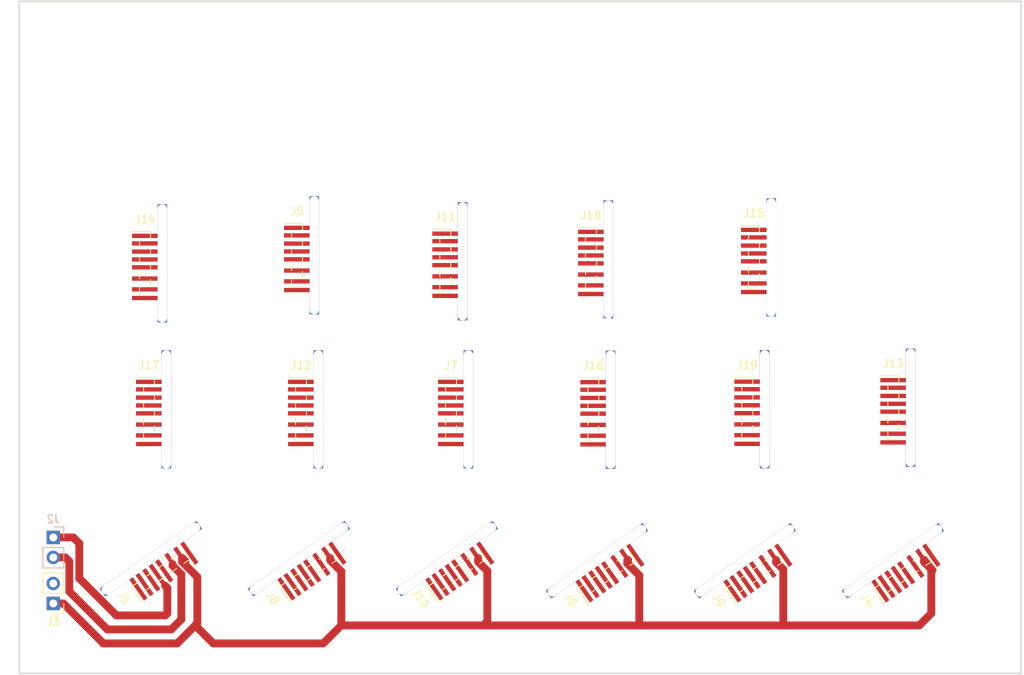
<source format=kicad_pcb>
(kicad_pcb (version 20211014) (generator pcbnew)
  (layers (0 "F.Cu" signal) (31 "B.Cu" signal) (34 "B.Paste" user) (35 "F.Paste" user) (36 "B.SilkS" user "B.Silkscreen") (37 "F.SilkS" user "F.Silkscreen") (38 "B.Mask" user) (39 "F.Mask" user) (44 "Edge.Cuts" user))
  (net 0 "")
  (net 6 "+3V3")
  (net 7 "GND")
  (net 8 "+1V0")
  (footprint "footprints:SDCardMicroAdapter" (layer "F.Cu") (at 49.7505 64.982)
    (fp_text reference "J12" (at 0 -5.06) (layer "F.SilkS"))
    (fp_text value "Conn_01x08_Male")
    (fp_line (start -0.695 4.61) (end 0.695 4.61) (layer "F.SilkS") (width 0.12))
    (fp_line (start -0.695 -3.51) (end -0.695 -3.51) (layer "F.SilkS") (width 0.12))
    (fp_line (start -0.695 -3.51) (end 0.695 -3.51) (layer "F.SilkS") (width 0.12))
    (fp_line (start -0.695 1.61) (end -0.695 2.49) (layer "F.SilkS") (width 0.12))
    (fp_line (start -0.695 -2.39) (end -0.695 -1.51) (layer "F.SilkS") (width 0.12))
    (fp_line (start 0.695 -1.39) (end 0.695 -0.51) (layer "F.SilkS") (width 0.12))
    (fp_line (start 0.695 4.61) (end 0.695 4.61) (layer "F.SilkS") (width 0.12))
    (fp_line (start 0.695 2.61) (end 0.695 3.49) (layer "F.SilkS") (width 0.12))
    (fp_line (start -0.695 3.61) (end -0.695 4.61) (layer "F.SilkS") (width 0.12))
    (fp_line (start 0.695 0.61) (end 0.695 1.49) (layer "F.SilkS") (width 0.12))
    (fp_line (start -0.695 -3.51) (end -1.69 -3.51) (layer "F.SilkS") (width 0.12))
    (fp_line (start 0.695 -3.51) (end 0.695 -2.51) (layer "F.SilkS") (width 0.12))
    (fp_line (start -0.695 -0.39) (end -0.695 0.49) (layer "F.SilkS") (width 0.12))
    (pad "1" smd rect (at 0 -2.95) (size 3.3 0.55) (layers "F.Cu" "F.Paste" "F.Mask"))
    (pad "2" smd rect (at 0 -1.99) (size 3.3 0.55) (layers "F.Cu" "F.Paste" "F.Mask"))
    (pad "3" smd rect (at 0 -0.95) (size 3.3 0.55) (layers "F.Cu" "F.Paste" "F.Mask"))
    (pad "4" smd rect (at 0 0.05) (size 3.3 0.55) (layers "F.Cu" "F.Paste" "F.Mask") (net 6 "+3V3"))
    (pad "5" smd rect (at 0 1.05) (size 3.3 0.55) (layers "F.Cu" "F.Paste" "F.Mask"))
    (pad "6" smd rect (at 0 2.475) (size 3.3 0.55) (layers "F.Cu" "F.Paste" "F.Mask") (net 7 "GND"))
    (pad "7" smd rect (at 0 3.85) (size 3.3 0.55) (layers "F.Cu" "F.Paste" "F.Mask") (net 8 "+1V0"))
    (pad "8" smd rect (at 0 4.95) (size 3.3 0.55) (layers "F.Cu" "F.Paste" "F.Mask"))
    (pad "S1" thru_hole rect (at 2.2 0.55 90) (size 15 1.2) (drill oval 15 1.3) (layers *.Cu))
  )
  (footprint "footprints:SDCardMicroAdapter" (layer "F.Cu") (at 68.8005 64.982)
    (fp_text reference "J7" (at 0 -5.06) (layer "F.SilkS"))
    (fp_text value "Conn_01x08_Male")
    (fp_line (start 0.695 2.61) (end 0.695 3.49) (layer "F.SilkS") (width 0.12))
    (fp_line (start -0.695 -3.51) (end -0.695 -3.51) (layer "F.SilkS") (width 0.12))
    (fp_line (start -0.695 -3.51) (end 0.695 -3.51) (layer "F.SilkS") (width 0.12))
    (fp_line (start -0.695 3.61) (end -0.695 4.61) (layer "F.SilkS") (width 0.12))
    (fp_line (start 0.695 -3.51) (end 0.695 -2.51) (layer "F.SilkS") (width 0.12))
    (fp_line (start -0.695 -2.39) (end -0.695 -1.51) (layer "F.SilkS") (width 0.12))
    (fp_line (start 0.695 4.61) (end 0.695 4.61) (layer "F.SilkS") (width 0.12))
    (fp_line (start -0.695 1.61) (end -0.695 2.49) (layer "F.SilkS") (width 0.12))
    (fp_line (start -0.695 4.61) (end 0.695 4.61) (layer "F.SilkS") (width 0.12))
    (fp_line (start -0.695 -0.39) (end -0.695 0.49) (layer "F.SilkS") (width 0.12))
    (fp_line (start -0.695 -3.51) (end -1.69 -3.51) (layer "F.SilkS") (width 0.12))
    (fp_line (start 0.695 0.61) (end 0.695 1.49) (layer "F.SilkS") (width 0.12))
    (fp_line (start 0.695 -1.39) (end 0.695 -0.51) (layer "F.SilkS") (width 0.12))
    (pad "1" smd rect (at 0 -2.95) (size 3.3 0.55) (layers "F.Cu" "F.Paste" "F.Mask"))
    (pad "2" smd rect (at 0 -1.99) (size 3.3 0.55) (layers "F.Cu" "F.Paste" "F.Mask"))
    (pad "3" smd rect (at 0 -0.95) (size 3.3 0.55) (layers "F.Cu" "F.Paste" "F.Mask"))
    (pad "4" smd rect (at 0 0.05) (size 3.3 0.55) (layers "F.Cu" "F.Paste" "F.Mask") (net 6 "+3V3"))
    (pad "5" smd rect (at 0 1.05) (size 3.3 0.55) (layers "F.Cu" "F.Paste" "F.Mask"))
    (pad "6" smd rect (at 0 2.475) (size 3.3 0.55) (layers "F.Cu" "F.Paste" "F.Mask") (net 7 "GND"))
    (pad "7" smd rect (at 0 3.85) (size 3.3 0.55) (layers "F.Cu" "F.Paste" "F.Mask") (net 8 "+1V0"))
    (pad "8" smd rect (at 0 4.95) (size 3.3 0.55) (layers "F.Cu" "F.Paste" "F.Mask"))
    (pad "S1" thru_hole rect (at 2.2 0.55 90) (size 15 1.2) (drill oval 15 1.3) (layers *.Cu))
  )
  (footprint "footprints:SDCardMicroAdapter" (layer "F.Cu") (at 88.138 86.868 125)
    (fp_text reference "J6" (at 0 -5.06 125) (layer "F.SilkS"))
    (fp_text value "Conn_01x08_Male")
    (fp_line (start -0.695 -0.39) (end -0.695 0.49) (layer "F.SilkS") (width 0.12))
    (fp_line (start -0.695 -3.51) (end -1.69 -3.51) (layer "F.SilkS") (width 0.12))
    (fp_line (start -0.695 -3.51) (end -0.695 -3.51) (layer "F.SilkS") (width 0.12))
    (fp_line (start 0.695 -1.39) (end 0.695 -0.51) (layer "F.SilkS") (width 0.12))
    (fp_line (start 0.695 2.61) (end 0.695 3.49) (layer "F.SilkS") (width 0.12))
    (fp_line (start 0.695 -3.51) (end 0.695 -2.51) (layer "F.SilkS") (width 0.12))
    (fp_line (start -0.695 1.61) (end -0.695 2.49) (layer "F.SilkS") (width 0.12))
    (fp_line (start 0.695 4.61) (end 0.695 4.61) (layer "F.SilkS") (width 0.12))
    (fp_line (start -0.695 -3.51) (end 0.695 -3.51) (layer "F.SilkS") (width 0.12))
    (fp_line (start -0.695 -2.39) (end -0.695 -1.51) (layer "F.SilkS") (width 0.12))
    (fp_line (start -0.695 3.61) (end -0.695 4.61) (layer "F.SilkS") (width 0.12))
    (fp_line (start -0.695 4.61) (end 0.695 4.61) (layer "F.SilkS") (width 0.12))
    (fp_line (start 0.695 0.61) (end 0.695 1.49) (layer "F.SilkS") (width 0.12))
    (pad "1" smd rect (at 0 -2.95 125) (size 3.3 0.55) (layers "F.Cu" "F.Paste" "F.Mask"))
    (pad "2" smd rect (at 0 -1.99 125) (size 3.3 0.55) (layers "F.Cu" "F.Paste" "F.Mask"))
    (pad "3" smd rect (at 0 -0.95 125) (size 3.3 0.55) (layers "F.Cu" "F.Paste" "F.Mask"))
    (pad "4" smd rect (at 0 0.05 125) (size 3.3 0.55) (layers "F.Cu" "F.Paste" "F.Mask") (net 6 "+3V3"))
    (pad "5" smd rect (at 0 1.05 125) (size 3.3 0.55) (layers "F.Cu" "F.Paste" "F.Mask"))
    (pad "6" smd rect (at 0 2.475 125) (size 3.3 0.55) (layers "F.Cu" "F.Paste" "F.Mask") (net 7 "GND"))
    (pad "7" smd rect (at 0 3.85 125) (size 3.3 0.55) (layers "F.Cu" "F.Paste" "F.Mask") (net 8 "+1V0"))
    (pad "8" smd rect (at 0 4.95 125) (size 3.3 0.55) (layers "F.Cu" "F.Paste" "F.Mask"))
    (pad "S1" thru_hole rect (at 2.2 0.55 215) (size 15 1.2) (drill oval 15 1.3) (layers *.Cu))
  )
  (footprint "Connector_PinHeader_2.54mm:PinHeader_1x02_P2.54mm_Vertical" (layer "F.Cu") (at 18.288 90.175 180)
    (fp_text reference "J3" (at 0 -2.33 180) (layer "F.SilkS"))
    (fp_text value "Conn_01x02_Male")
    (fp_line (start -1.33 1.27) (end -1.33 3.87) (layer "F.SilkS") (width 0.12))
    (fp_line (start -1.33 3.87) (end 1.33 3.87) (layer "F.SilkS") (width 0.12))
    (fp_line (start -1.33 -1.33) (end 0 -1.33) (layer "F.SilkS") (width 0.12))
    (fp_line (start -1.33 1.27) (end 1.33 1.27) (layer "F.SilkS") (width 0.12))
    (fp_line (start 1.33 1.27) (end 1.33 3.87) (layer "F.SilkS") (width 0.12))
    (fp_line (start -1.33 0) (end -1.33 -1.33) (layer "F.SilkS") (width 0.12))
    (pad "1" thru_hole rect (at 0 0 180) (size 1.7 1.7) (drill 1) (layers *.Cu *.Mask) (net 8 "+1V0"))
    (pad "2" thru_hole oval (at 0 2.54 180) (size 1.7 1.7) (drill 1) (layers *.Cu *.Mask))
  )
  (footprint "footprints:SDCardMicroAdapter" (layer "F.Cu") (at 31.496 86.614 125)
    (fp_text reference "J1" (at 0 -5.06 125) (layer "F.SilkS"))
    (fp_text value "Conn_01x08_Male")
    (fp_line (start -0.695 1.61) (end -0.695 2.49) (layer "F.SilkS") (width 0.12))
    (fp_line (start -0.695 -2.39) (end -0.695 -1.51) (layer "F.SilkS") (width 0.12))
    (fp_line (start -0.695 -0.39) (end -0.695 0.49) (layer "F.SilkS") (width 0.12))
    (fp_line (start 0.695 4.61) (end 0.695 4.61) (layer "F.SilkS") (width 0.12))
    (fp_line (start 0.695 2.61) (end 0.695 3.49) (layer "F.SilkS") (width 0.12))
    (fp_line (start -0.695 4.61) (end 0.695 4.61) (layer "F.SilkS") (width 0.12))
    (fp_line (start 0.695 -3.51) (end 0.695 -2.51) (layer "F.SilkS") (width 0.12))
    (fp_line (start -0.695 3.61) (end -0.695 4.61) (layer "F.SilkS") (width 0.12))
    (fp_line (start -0.695 -3.51) (end -0.695 -3.51) (layer "F.SilkS") (width 0.12))
    (fp_line (start -0.695 -3.51) (end 0.695 -3.51) (layer "F.SilkS") (width 0.12))
    (fp_line (start 0.695 0.61) (end 0.695 1.49) (layer "F.SilkS") (width 0.12))
    (fp_line (start 0.695 -1.39) (end 0.695 -0.51) (layer "F.SilkS") (width 0.12))
    (fp_line (start -0.695 -3.51) (end -1.69 -3.51) (layer "F.SilkS") (width 0.12))
    (pad "1" smd rect (at 0 -2.95 125) (size 3.3 0.55) (layers "F.Cu" "F.Paste" "F.Mask"))
    (pad "2" smd rect (at 0 -1.99 125) (size 3.3 0.55) (layers "F.Cu" "F.Paste" "F.Mask"))
    (pad "3" smd rect (at 0 -0.95 125) (size 3.3 0.55) (layers "F.Cu" "F.Paste" "F.Mask"))
    (pad "4" smd rect (at 0 0.05 125) (size 3.3 0.55) (layers "F.Cu" "F.Paste" "F.Mask") (net 6 "+3V3"))
    (pad "5" smd rect (at 0 1.05 125) (size 3.3 0.55) (layers "F.Cu" "F.Paste" "F.Mask"))
    (pad "6" smd rect (at 0 2.475 125) (size 3.3 0.55) (layers "F.Cu" "F.Paste" "F.Mask") (net 7 "GND"))
    (pad "7" smd rect (at 0 3.85 125) (size 3.3 0.55) (layers "F.Cu" "F.Paste" "F.Mask") (net 8 "+1V0"))
    (pad "8" smd rect (at 0 4.95 125) (size 3.3 0.55) (layers "F.Cu" "F.Paste" "F.Mask"))
    (pad "S1" thru_hole rect (at 2.2 0.55 215) (size 15 1.2) (drill oval 15 1.3) (layers *.Cu))
  )
  (footprint "footprints:SDCardMicroAdapter" (layer "F.Cu") (at 68.072 46.162)
    (fp_text reference "J11" (at 0 -5.06) (layer "F.SilkS"))
    (fp_text value "Conn_01x08_Male")
    (fp_line (start 0.695 4.61) (end 0.695 4.61) (layer "F.SilkS") (width 0.12))
    (fp_line (start 0.695 0.61) (end 0.695 1.49) (layer "F.SilkS") (width 0.12))
    (fp_line (start -0.695 1.61) (end -0.695 2.49) (layer "F.SilkS") (width 0.12))
    (fp_line (start -0.695 -3.51) (end -1.69 -3.51) (layer "F.SilkS") (width 0.12))
    (fp_line (start -0.695 3.61) (end -0.695 4.61) (layer "F.SilkS") (width 0.12))
    (fp_line (start 0.695 -3.51) (end 0.695 -2.51) (layer "F.SilkS") (width 0.12))
    (fp_line (start -0.695 -2.39) (end -0.695 -1.51) (layer "F.SilkS") (width 0.12))
    (fp_line (start 0.695 -1.39) (end 0.695 -0.51) (layer "F.SilkS") (width 0.12))
    (fp_line (start -0.695 -3.51) (end -0.695 -3.51) (layer "F.SilkS") (width 0.12))
    (fp_line (start 0.695 2.61) (end 0.695 3.49) (layer "F.SilkS") (width 0.12))
    (fp_line (start -0.695 -3.51) (end 0.695 -3.51) (layer "F.SilkS") (width 0.12))
    (fp_line (start -0.695 -0.39) (end -0.695 0.49) (layer "F.SilkS") (width 0.12))
    (fp_line (start -0.695 4.61) (end 0.695 4.61) (layer "F.SilkS") (width 0.12))
    (pad "1" smd rect (at 0 -2.95) (size 3.3 0.55) (layers "F.Cu" "F.Paste" "F.Mask"))
    (pad "2" smd rect (at 0 -1.99) (size 3.3 0.55) (layers "F.Cu" "F.Paste" "F.Mask"))
    (pad "3" smd rect (at 0 -0.95) (size 3.3 0.55) (layers "F.Cu" "F.Paste" "F.Mask"))
    (pad "4" smd rect (at 0 0.05) (size 3.3 0.55) (layers "F.Cu" "F.Paste" "F.Mask") (net 6 "+3V3"))
    (pad "5" smd rect (at 0 1.05) (size 3.3 0.55) (layers "F.Cu" "F.Paste" "F.Mask"))
    (pad "6" smd rect (at 0 2.475) (size 3.3 0.55) (layers "F.Cu" "F.Paste" "F.Mask") (net 7 "GND"))
    (pad "7" smd rect (at 0 3.85) (size 3.3 0.55) (layers "F.Cu" "F.Paste" "F.Mask") (net 8 "+1V0"))
    (pad "8" smd rect (at 0 4.95) (size 3.3 0.55) (layers "F.Cu" "F.Paste" "F.Mask"))
    (pad "S1" thru_hole rect (at 2.2 0.55 90) (size 15 1.2) (drill oval 15 1.3) (layers *.Cu))
  )
  (footprint "footprints:SDCardMicroAdapter" (layer "F.Cu") (at 69.088 86.614 125)
    (fp_text reference "J10" (at 0 -5.06 125) (layer "F.SilkS"))
    (fp_text value "Conn_01x08_Male")
    (fp_line (start 0.695 4.61) (end 0.695 4.61) (layer "F.SilkS") (width 0.12))
    (fp_line (start -0.695 3.61) (end -0.695 4.61) (layer "F.SilkS") (width 0.12))
    (fp_line (start 0.695 2.61) (end 0.695 3.49) (layer "F.SilkS") (width 0.12))
    (fp_line (start 0.695 -3.51) (end 0.695 -2.51) (layer "F.SilkS") (width 0.12))
    (fp_line (start -0.695 -3.51) (end 0.695 -3.51) (layer "F.SilkS") (width 0.12))
    (fp_line (start -0.695 1.61) (end -0.695 2.49) (layer "F.SilkS") (width 0.12))
    (fp_line (start 0.695 0.61) (end 0.695 1.49) (layer "F.SilkS") (width 0.12))
    (fp_line (start -0.695 4.61) (end 0.695 4.61) (layer "F.SilkS") (width 0.12))
    (fp_line (start -0.695 -0.39) (end -0.695 0.49) (layer "F.SilkS") (width 0.12))
    (fp_line (start -0.695 -3.51) (end -1.69 -3.51) (layer "F.SilkS") (width 0.12))
    (fp_line (start 0.695 -1.39) (end 0.695 -0.51) (layer "F.SilkS") (width 0.12))
    (fp_line (start -0.695 -3.51) (end -0.695 -3.51) (layer "F.SilkS") (width 0.12))
    (fp_line (start -0.695 -2.39) (end -0.695 -1.51) (layer "F.SilkS") (width 0.12))
    (pad "1" smd rect (at 0 -2.95 125) (size 3.3 0.55) (layers "F.Cu" "F.Paste" "F.Mask"))
    (pad "2" smd rect (at 0 -1.99 125) (size 3.3 0.55) (layers "F.Cu" "F.Paste" "F.Mask"))
    (pad "3" smd rect (at 0 -0.95 125) (size 3.3 0.55) (layers "F.Cu" "F.Paste" "F.Mask"))
    (pad "4" smd rect (at 0 0.05 125) (size 3.3 0.55) (layers "F.Cu" "F.Paste" "F.Mask") (net 6 "+3V3"))
    (pad "5" smd rect (at 0 1.05 125) (size 3.3 0.55) (layers "F.Cu" "F.Paste" "F.Mask"))
    (pad "6" smd rect (at 0 2.475 125) (size 3.3 0.55) (layers "F.Cu" "F.Paste" "F.Mask") (net 7 "GND"))
    (pad "7" smd rect (at 0 3.85 125) (size 3.3 0.55) (layers "F.Cu" "F.Paste" "F.Mask") (net 8 "+1V0"))
    (pad "8" smd rect (at 0 4.95 125) (size 3.3 0.55) (layers "F.Cu" "F.Paste" "F.Mask"))
    (pad "S1" thru_hole rect (at 2.2 0.55 215) (size 15 1.2) (drill oval 15 1.3) (layers *.Cu))
  )
  (footprint "footprints:SDCardMicroAdapter" (layer "F.Cu") (at 49.2425 45.424)
    (fp_text reference "J5" (at 0 -5.06) (layer "F.SilkS"))
    (fp_text value "Conn_01x08_Male")
    (fp_line (start -0.695 -2.39) (end -0.695 -1.51) (layer "F.SilkS") (width 0.12))
    (fp_line (start -0.695 -3.51) (end -0.695 -3.51) (layer "F.SilkS") (width 0.12))
    (fp_line (start -0.695 -3.51) (end 0.695 -3.51) (layer "F.SilkS") (width 0.12))
    (fp_line (start 0.695 -1.39) (end 0.695 -0.51) (layer "F.SilkS") (width 0.12))
    (fp_line (start 0.695 0.61) (end 0.695 1.49) (layer "F.SilkS") (width 0.12))
    (fp_line (start 0.695 -3.51) (end 0.695 -2.51) (layer "F.SilkS") (width 0.12))
    (fp_line (start -0.695 -0.39) (end -0.695 0.49) (layer "F.SilkS") (width 0.12))
    (fp_line (start -0.695 1.61) (end -0.695 2.49) (layer "F.SilkS") (width 0.12))
    (fp_line (start -0.695 4.61) (end 0.695 4.61) (layer "F.SilkS") (width 0.12))
    (fp_line (start 0.695 2.61) (end 0.695 3.49) (layer "F.SilkS") (width 0.12))
    (fp_line (start 0.695 4.61) (end 0.695 4.61) (layer "F.SilkS") (width 0.12))
    (fp_line (start -0.695 -3.51) (end -1.69 -3.51) (layer "F.SilkS") (width 0.12))
    (fp_line (start -0.695 3.61) (end -0.695 4.61) (layer "F.SilkS") (width 0.12))
    (pad "1" smd rect (at 0 -2.95) (size 3.3 0.55) (layers "F.Cu" "F.Paste" "F.Mask"))
    (pad "2" smd rect (at 0 -1.99) (size 3.3 0.55) (layers "F.Cu" "F.Paste" "F.Mask"))
    (pad "3" smd rect (at 0 -0.95) (size 3.3 0.55) (layers "F.Cu" "F.Paste" "F.Mask"))
    (pad "4" smd rect (at 0 0.05) (size 3.3 0.55) (layers "F.Cu" "F.Paste" "F.Mask") (net 6 "+3V3"))
    (pad "5" smd rect (at 0 1.05) (size 3.3 0.55) (layers "F.Cu" "F.Paste" "F.Mask"))
    (pad "6" smd rect (at 0 2.475) (size 3.3 0.55) (layers "F.Cu" "F.Paste" "F.Mask") (net 7 "GND"))
    (pad "7" smd rect (at 0 3.85) (size 3.3 0.55) (layers "F.Cu" "F.Paste" "F.Mask") (net 8 "+1V0"))
    (pad "8" smd rect (at 0 4.95) (size 3.3 0.55) (layers "F.Cu" "F.Paste" "F.Mask"))
    (pad "S1" thru_hole rect (at 2.2 0.55 90) (size 15 1.2) (drill oval 15 1.3) (layers *.Cu))
  )
  (footprint "footprints:SDCardMicroAdapter" (layer "F.Cu") (at 107.274 45.678)
    (fp_text reference "J15" (at 0 -5.06) (layer "F.SilkS"))
    (fp_text value "Conn_01x08_Male")
    (fp_line (start -0.695 4.61) (end 0.695 4.61) (layer "F.SilkS") (width 0.12))
    (fp_line (start -0.695 -0.39) (end -0.695 0.49) (layer "F.SilkS") (width 0.12))
    (fp_line (start 0.695 4.61) (end 0.695 4.61) (layer "F.SilkS") (width 0.12))
    (fp_line (start -0.695 -2.39) (end -0.695 -1.51) (layer "F.SilkS") (width 0.12))
    (fp_line (start -0.695 -3.51) (end -0.695 -3.51) (layer "F.SilkS") (width 0.12))
    (fp_line (start -0.695 3.61) (end -0.695 4.61) (layer "F.SilkS") (width 0.12))
    (fp_line (start -0.695 -3.51) (end 0.695 -3.51) (layer "F.SilkS") (width 0.12))
    (fp_line (start -0.695 -3.51) (end -1.69 -3.51) (layer "F.SilkS") (width 0.12))
    (fp_line (start 0.695 -3.51) (end 0.695 -2.51) (layer "F.SilkS") (width 0.12))
    (fp_line (start -0.695 1.61) (end -0.695 2.49) (layer "F.SilkS") (width 0.12))
    (fp_line (start 0.695 -1.39) (end 0.695 -0.51) (layer "F.SilkS") (width 0.12))
    (fp_line (start 0.695 0.61) (end 0.695 1.49) (layer "F.SilkS") (width 0.12))
    (fp_line (start 0.695 2.61) (end 0.695 3.49) (layer "F.SilkS") (width 0.12))
    (pad "1" smd rect (at 0 -2.95) (size 3.3 0.55) (layers "F.Cu" "F.Paste" "F.Mask"))
    (pad "2" smd rect (at 0 -1.99) (size 3.3 0.55) (layers "F.Cu" "F.Paste" "F.Mask"))
    (pad "3" smd rect (at 0 -0.95) (size 3.3 0.55) (layers "F.Cu" "F.Paste" "F.Mask"))
    (pad "4" smd rect (at 0 0.05) (size 3.3 0.55) (layers "F.Cu" "F.Paste" "F.Mask") (net 6 "+3V3"))
    (pad "5" smd rect (at 0 1.05) (size 3.3 0.55) (layers "F.Cu" "F.Paste" "F.Mask"))
    (pad "6" smd rect (at 0 2.475) (size 3.3 0.55) (layers "F.Cu" "F.Paste" "F.Mask") (net 7 "GND"))
    (pad "7" smd rect (at 0 3.85) (size 3.3 0.55) (layers "F.Cu" "F.Paste" "F.Mask") (net 8 "+1V0"))
    (pad "8" smd rect (at 0 4.95) (size 3.3 0.55) (layers "F.Cu" "F.Paste" "F.Mask"))
    (pad "S1" thru_hole rect (at 2.2 0.55 90) (size 15 1.2) (drill oval 15 1.3) (layers *.Cu))
  )
  (footprint "footprints:SDCardMicroAdapter" (layer "F.Cu") (at 30.4465 64.982)
    (fp_text reference "J17" (at 0 -5.06) (layer "F.SilkS"))
    (fp_text value "Conn_01x08_Male")
    (fp_line (start 0.695 2.61) (end 0.695 3.49) (layer "F.SilkS") (width 0.12))
    (fp_line (start 0.695 4.61) (end 0.695 4.61) (layer "F.SilkS") (width 0.12))
    (fp_line (start -0.695 -3.51) (end -0.695 -3.51) (layer "F.SilkS") (width 0.12))
    (fp_line (start -0.695 3.61) (end -0.695 4.61) (layer "F.SilkS") (width 0.12))
    (fp_line (start -0.695 -0.39) (end -0.695 0.49) (layer "F.SilkS") (width 0.12))
    (fp_line (start -0.695 -3.51) (end -1.69 -3.51) (layer "F.SilkS") (width 0.12))
    (fp_line (start 0.695 -1.39) (end 0.695 -0.51) (layer "F.SilkS") (width 0.12))
    (fp_line (start 0.695 -3.51) (end 0.695 -2.51) (layer "F.SilkS") (width 0.12))
    (fp_line (start -0.695 -3.51) (end 0.695 -3.51) (layer "F.SilkS") (width 0.12))
    (fp_line (start -0.695 1.61) (end -0.695 2.49) (layer "F.SilkS") (width 0.12))
    (fp_line (start -0.695 -2.39) (end -0.695 -1.51) (layer "F.SilkS") (width 0.12))
    (fp_line (start -0.695 4.61) (end 0.695 4.61) (layer "F.SilkS") (width 0.12))
    (fp_line (start 0.695 0.61) (end 0.695 1.49) (layer "F.SilkS") (width 0.12))
    (pad "1" smd rect (at 0 -2.95) (size 3.3 0.55) (layers "F.Cu" "F.Paste" "F.Mask"))
    (pad "2" smd rect (at 0 -1.99) (size 3.3 0.55) (layers "F.Cu" "F.Paste" "F.Mask"))
    (pad "3" smd rect (at 0 -0.95) (size 3.3 0.55) (layers "F.Cu" "F.Paste" "F.Mask"))
    (pad "4" smd rect (at 0 0.05) (size 3.3 0.55) (layers "F.Cu" "F.Paste" "F.Mask") (net 6 "+3V3"))
    (pad "5" smd rect (at 0 1.05) (size 3.3 0.55) (layers "F.Cu" "F.Paste" "F.Mask"))
    (pad "6" smd rect (at 0 2.475) (size 3.3 0.55) (layers "F.Cu" "F.Paste" "F.Mask") (net 7 "GND"))
    (pad "7" smd rect (at 0 3.85) (size 3.3 0.55) (layers "F.Cu" "F.Paste" "F.Mask") (net 8 "+1V0"))
    (pad "8" smd rect (at 0 4.95) (size 3.3 0.55) (layers "F.Cu" "F.Paste" "F.Mask"))
    (pad "S1" thru_hole rect (at 2.2 0.55 90) (size 15 1.2) (drill oval 15 1.3) (layers *.Cu))
  )
  (footprint "footprints:SDCardMicroAdapter" (layer "F.Cu") (at 29.9385 46.44)
    (fp_text reference "J14" (at 0 -5.06) (layer "F.SilkS"))
    (fp_text value "Conn_01x08_Male")
    (fp_line (start -0.695 -0.39) (end -0.695 0.49) (layer "F.SilkS") (width 0.12))
    (fp_line (start -0.695 3.61) (end -0.695 4.61) (layer "F.SilkS") (width 0.12))
    (fp_line (start -0.695 -3.51) (end -1.69 -3.51) (layer "F.SilkS") (width 0.12))
    (fp_line (start 0.695 4.61) (end 0.695 4.61) (layer "F.SilkS") (width 0.12))
    (fp_line (start 0.695 0.61) (end 0.695 1.49) (layer "F.SilkS") (width 0.12))
    (fp_line (start -0.695 -3.51) (end -0.695 -3.51) (layer "F.SilkS") (width 0.12))
    (fp_line (start -0.695 4.61) (end 0.695 4.61) (layer "F.SilkS") (width 0.12))
    (fp_line (start -0.695 1.61) (end -0.695 2.49) (layer "F.SilkS") (width 0.12))
    (fp_line (start 0.695 -3.51) (end 0.695 -2.51) (layer "F.SilkS") (width 0.12))
    (fp_line (start 0.695 -1.39) (end 0.695 -0.51) (layer "F.SilkS") (width 0.12))
    (fp_line (start -0.695 -3.51) (end 0.695 -3.51) (layer "F.SilkS") (width 0.12))
    (fp_line (start 0.695 2.61) (end 0.695 3.49) (layer "F.SilkS") (width 0.12))
    (fp_line (start -0.695 -2.39) (end -0.695 -1.51) (layer "F.SilkS") (width 0.12))
    (pad "1" smd rect (at 0 -2.95) (size 3.3 0.55) (layers "F.Cu" "F.Paste" "F.Mask"))
    (pad "2" smd rect (at 0 -1.99) (size 3.3 0.55) (layers "F.Cu" "F.Paste" "F.Mask"))
    (pad "3" smd rect (at 0 -0.95) (size 3.3 0.55) (layers "F.Cu" "F.Paste" "F.Mask"))
    (pad "4" smd rect (at 0 0.05) (size 3.3 0.55) (layers "F.Cu" "F.Paste" "F.Mask") (net 6 "+3V3"))
    (pad "5" smd rect (at 0 1.05) (size 3.3 0.55) (layers "F.Cu" "F.Paste" "F.Mask"))
    (pad "6" smd rect (at 0 2.475) (size 3.3 0.55) (layers "F.Cu" "F.Paste" "F.Mask") (net 7 "GND"))
    (pad "7" smd rect (at 0 3.85) (size 3.3 0.55) (layers "F.Cu" "F.Paste" "F.Mask") (net 8 "+1V0"))
    (pad "8" smd rect (at 0 4.95) (size 3.3 0.55) (layers "F.Cu" "F.Paste" "F.Mask"))
    (pad "S1" thru_hole rect (at 2.2 0.55 90) (size 15 1.2) (drill oval 15 1.3) (layers *.Cu))
  )
  (footprint "footprints:SDCardMicroAdapter" (layer "F.Cu") (at 106.934 86.868 125)
    (fp_text reference "J9" (at 0 -5.06 125) (layer "F.SilkS"))
    (fp_text value "Conn_01x08_Male")
    (fp_line (start 0.695 0.61) (end 0.695 1.49) (layer "F.SilkS") (width 0.12))
    (fp_line (start 0.695 2.61) (end 0.695 3.49) (layer "F.SilkS") (width 0.12))
    (fp_line (start 0.695 4.61) (end 0.695 4.61) (layer "F.SilkS") (width 0.12))
    (fp_line (start -0.695 1.61) (end -0.695 2.49) (layer "F.SilkS") (width 0.12))
    (fp_line (start -0.695 -3.51) (end -1.69 -3.51) (layer "F.SilkS") (width 0.12))
    (fp_line (start -0.695 -0.39) (end -0.695 0.49) (layer "F.SilkS") (width 0.12))
    (fp_line (start 0.695 -3.51) (end 0.695 -2.51) (layer "F.SilkS") (width 0.12))
    (fp_line (start -0.695 -2.39) (end -0.695 -1.51) (layer "F.SilkS") (width 0.12))
    (fp_line (start -0.695 -3.51) (end -0.695 -3.51) (layer "F.SilkS") (width 0.12))
    (fp_line (start 0.695 -1.39) (end 0.695 -0.51) (layer "F.SilkS") (width 0.12))
    (fp_line (start -0.695 4.61) (end 0.695 4.61) (layer "F.SilkS") (width 0.12))
    (fp_line (start -0.695 -3.51) (end 0.695 -3.51) (layer "F.SilkS") (width 0.12))
    (fp_line (start -0.695 3.61) (end -0.695 4.61) (layer "F.SilkS") (width 0.12))
    (pad "1" smd rect (at 0 -2.95 125) (size 3.3 0.55) (layers "F.Cu" "F.Paste" "F.Mask"))
    (pad "2" smd rect (at 0 -1.99 125) (size 3.3 0.55) (layers "F.Cu" "F.Paste" "F.Mask"))
    (pad "3" smd rect (at 0 -0.95 125) (size 3.3 0.55) (layers "F.Cu" "F.Paste" "F.Mask"))
    (pad "4" smd rect (at 0 0.05 125) (size 3.3 0.55) (layers "F.Cu" "F.Paste" "F.Mask") (net 6 "+3V3"))
    (pad "5" smd rect (at 0 1.05 125) (size 3.3 0.55) (layers "F.Cu" "F.Paste" "F.Mask"))
    (pad "6" smd rect (at 0 2.475 125) (size 3.3 0.55) (layers "F.Cu" "F.Paste" "F.Mask") (net 7 "GND"))
    (pad "7" smd rect (at 0 3.85 125) (size 3.3 0.55) (layers "F.Cu" "F.Paste" "F.Mask") (net 8 "+1V0"))
    (pad "8" smd rect (at 0 4.95 125) (size 3.3 0.55) (layers "F.Cu" "F.Paste" "F.Mask"))
    (pad "S1" thru_hole rect (at 2.2 0.55 215) (size 15 1.2) (drill oval 15 1.3) (layers *.Cu))
  )
  (footprint "footprints:SDCardMicroAdapter" (layer "F.Cu") (at 124.968 64.77)
    (fp_text reference "J13" (at 0 -5.06) (layer "F.SilkS"))
    (fp_text value "Conn_01x08_Male")
    (fp_line (start 0.695 -1.39) (end 0.695 -0.51) (layer "F.SilkS") (width 0.12))
    (fp_line (start -0.695 -2.39) (end -0.695 -1.51) (layer "F.SilkS") (width 0.12))
    (fp_line (start -0.695 4.61) (end 0.695 4.61) (layer "F.SilkS") (width 0.12))
    (fp_line (start -0.695 -3.51) (end -0.695 -3.51) (layer "F.SilkS") (width 0.12))
    (fp_line (start 0.695 -3.51) (end 0.695 -2.51) (layer "F.SilkS") (width 0.12))
    (fp_line (start -0.695 -3.51) (end -1.69 -3.51) (layer "F.SilkS") (width 0.12))
    (fp_line (start 0.695 4.61) (end 0.695 4.61) (layer "F.SilkS") (width 0.12))
    (fp_line (start -0.695 3.61) (end -0.695 4.61) (layer "F.SilkS") (width 0.12))
    (fp_line (start -0.695 -3.51) (end 0.695 -3.51) (layer "F.SilkS") (width 0.12))
    (fp_line (start 0.695 0.61) (end 0.695 1.49) (layer "F.SilkS") (width 0.12))
    (fp_line (start -0.695 1.61) (end -0.695 2.49) (layer "F.SilkS") (width 0.12))
    (fp_line (start 0.695 2.61) (end 0.695 3.49) (layer "F.SilkS") (width 0.12))
    (fp_line (start -0.695 -0.39) (end -0.695 0.49) (layer "F.SilkS") (width 0.12))
    (pad "1" smd rect (at 0 -2.95) (size 3.3 0.55) (layers "F.Cu" "F.Paste" "F.Mask"))
    (pad "2" smd rect (at 0 -1.99) (size 3.3 0.55) (layers "F.Cu" "F.Paste" "F.Mask"))
    (pad "3" smd rect (at 0 -0.95) (size 3.3 0.55) (layers "F.Cu" "F.Paste" "F.Mask"))
    (pad "4" smd rect (at 0 0.05) (size 3.3 0.55) (layers "F.Cu" "F.Paste" "F.Mask") (net 6 "+3V3"))
    (pad "5" smd rect (at 0 1.05) (size 3.3 0.55) (layers "F.Cu" "F.Paste" "F.Mask"))
    (pad "6" smd rect (at 0 2.475) (size 3.3 0.55) (layers "F.Cu" "F.Paste" "F.Mask") (net 7 "GND"))
    (pad "7" smd rect (at 0 3.85) (size 3.3 0.55) (layers "F.Cu" "F.Paste" "F.Mask") (net 8 "+1V0"))
    (pad "8" smd rect (at 0 4.95) (size 3.3 0.55) (layers "F.Cu" "F.Paste" "F.Mask"))
    (pad "S1" thru_hole rect (at 2.2 0.55 90) (size 15 1.2) (drill oval 15 1.3) (layers *.Cu))
  )
  (footprint "footprints:SDCardMicroAdapter" (layer "F.Cu") (at 50.292 86.614 125)
    (fp_text reference "J8" (at 0 -5.06 125) (layer "F.SilkS"))
    (fp_text value "Conn_01x08_Male")
    (fp_line (start -0.695 -3.51) (end -1.69 -3.51) (layer "F.SilkS") (width 0.12))
    (fp_line (start 0.695 2.61) (end 0.695 3.49) (layer "F.SilkS") (width 0.12))
    (fp_line (start -0.695 1.61) (end -0.695 2.49) (layer "F.SilkS") (width 0.12))
    (fp_line (start -0.695 3.61) (end -0.695 4.61) (layer "F.SilkS") (width 0.12))
    (fp_line (start 0.695 4.61) (end 0.695 4.61) (layer "F.SilkS") (width 0.12))
    (fp_line (start -0.695 4.61) (end 0.695 4.61) (layer "F.SilkS") (width 0.12))
    (fp_line (start -0.695 -2.39) (end -0.695 -1.51) (layer "F.SilkS") (width 0.12))
    (fp_line (start 0.695 -1.39) (end 0.695 -0.51) (layer "F.SilkS") (width 0.12))
    (fp_line (start -0.695 -0.39) (end -0.695 0.49) (layer "F.SilkS") (width 0.12))
    (fp_line (start -0.695 -3.51) (end 0.695 -3.51) (layer "F.SilkS") (width 0.12))
    (fp_line (start -0.695 -3.51) (end -0.695 -3.51) (layer "F.SilkS") (width 0.12))
    (fp_line (start 0.695 0.61) (end 0.695 1.49) (layer "F.SilkS") (width 0.12))
    (fp_line (start 0.695 -3.51) (end 0.695 -2.51) (layer "F.SilkS") (width 0.12))
    (pad "1" smd rect (at 0 -2.95 125) (size 3.3 0.55) (layers "F.Cu" "F.Paste" "F.Mask"))
    (pad "2" smd rect (at 0 -1.99 125) (size 3.3 0.55) (layers "F.Cu" "F.Paste" "F.Mask"))
    (pad "3" smd rect (at 0 -0.95 125) (size 3.3 0.55) (layers "F.Cu" "F.Paste" "F.Mask"))
    (pad "4" smd rect (at 0 0.05 125) (size 3.3 0.55) (layers "F.Cu" "F.Paste" "F.Mask") (net 6 "+3V3"))
    (pad "5" smd rect (at 0 1.05 125) (size 3.3 0.55) (layers "F.Cu" "F.Paste" "F.Mask"))
    (pad "6" smd rect (at 0 2.475 125) (size 3.3 0.55) (layers "F.Cu" "F.Paste" "F.Mask") (net 7 "GND"))
    (pad "7" smd rect (at 0 3.85 125) (size 3.3 0.55) (layers "F.Cu" "F.Paste" "F.Mask") (net 8 "+1V0"))
    (pad "8" smd rect (at 0 4.95 125) (size 3.3 0.55) (layers "F.Cu" "F.Paste" "F.Mask"))
    (pad "S1" thru_hole rect (at 2.2 0.55 215) (size 15 1.2) (drill oval 15 1.3) (layers *.Cu))
  )
  (footprint "footprints:SDCardMicroAdapter" (layer "F.Cu") (at 106.426 64.958)
    (fp_text reference "J19" (at 0 -5.06) (layer "F.SilkS"))
    (fp_text value "Conn_01x08_Male")
    (fp_line (start 0.695 2.61) (end 0.695 3.49) (layer "F.SilkS") (width 0.12))
    (fp_line (start -0.695 -3.51) (end -1.69 -3.51) (layer "F.SilkS") (width 0.12))
    (fp_line (start -0.695 -2.39) (end -0.695 -1.51) (layer "F.SilkS") (width 0.12))
    (fp_line (start 0.695 -3.51) (end 0.695 -2.51) (layer "F.SilkS") (width 0.12))
    (fp_line (start -0.695 4.61) (end 0.695 4.61) (layer "F.SilkS") (width 0.12))
    (fp_line (start -0.695 3.61) (end -0.695 4.61) (layer "F.SilkS") (width 0.12))
    (fp_line (start -0.695 -0.39) (end -0.695 0.49) (layer "F.SilkS") (width 0.12))
    (fp_line (start 0.695 -1.39) (end 0.695 -0.51) (layer "F.SilkS") (width 0.12))
    (fp_line (start 0.695 4.61) (end 0.695 4.61) (layer "F.SilkS") (width 0.12))
    (fp_line (start 0.695 0.61) (end 0.695 1.49) (layer "F.SilkS") (width 0.12))
    (fp_line (start -0.695 -3.51) (end -0.695 -3.51) (layer "F.SilkS") (width 0.12))
    (fp_line (start -0.695 -3.51) (end 0.695 -3.51) (layer "F.SilkS") (width 0.12))
    (fp_line (start -0.695 1.61) (end -0.695 2.49) (layer "F.SilkS") (width 0.12))
    (pad "1" smd rect (at 0 -2.95) (size 3.3 0.55) (layers "F.Cu" "F.Paste" "F.Mask"))
    (pad "2" smd rect (at 0 -1.99) (size 3.3 0.55) (layers "F.Cu" "F.Paste" "F.Mask"))
    (pad "3" smd rect (at 0 -0.95) (size 3.3 0.55) (layers "F.Cu" "F.Paste" "F.Mask"))
    (pad "4" smd rect (at 0 0.05) (size 3.3 0.55) (layers "F.Cu" "F.Paste" "F.Mask") (net 6 "+3V3"))
    (pad "5" smd rect (at 0 1.05) (size 3.3 0.55) (layers "F.Cu" "F.Paste" "F.Mask"))
    (pad "6" smd rect (at 0 2.475) (size 3.3 0.55) (layers "F.Cu" "F.Paste" "F.Mask") (net 7 "GND"))
    (pad "7" smd rect (at 0 3.85) (size 3.3 0.55) (layers "F.Cu" "F.Paste" "F.Mask") (net 8 "+1V0"))
    (pad "8" smd rect (at 0 4.95) (size 3.3 0.55) (layers "F.Cu" "F.Paste" "F.Mask"))
    (pad "S1" thru_hole rect (at 2.2 0.55 90) (size 15 1.2) (drill oval 15 1.3) (layers *.Cu))
  )
  (footprint "footprints:SDCardMicroAdapter" (layer "F.Cu") (at 86.5805 45.932)
    (fp_text reference "J18" (at 0 -5.06) (layer "F.SilkS"))
    (fp_text value "Conn_01x08_Male")
    (fp_line (start -0.695 4.61) (end 0.695 4.61) (layer "F.SilkS") (width 0.12))
    (fp_line (start 0.695 -1.39) (end 0.695 -0.51) (layer "F.SilkS") (width 0.12))
    (fp_line (start -0.695 1.61) (end -0.695 2.49) (layer "F.SilkS") (width 0.12))
    (fp_line (start -0.695 -3.51) (end -0.695 -3.51) (layer "F.SilkS") (width 0.12))
    (fp_line (start 0.695 4.61) (end 0.695 4.61) (layer "F.SilkS") (width 0.12))
    (fp_line (start -0.695 -0.39) (end -0.695 0.49) (layer "F.SilkS") (width 0.12))
    (fp_line (start -0.695 3.61) (end -0.695 4.61) (layer "F.SilkS") (width 0.12))
    (fp_line (start -0.695 -2.39) (end -0.695 -1.51) (layer "F.SilkS") (width 0.12))
    (fp_line (start 0.695 0.61) (end 0.695 1.49) (layer "F.SilkS") (width 0.12))
    (fp_line (start -0.695 -3.51) (end -1.69 -3.51) (layer "F.SilkS") (width 0.12))
    (fp_line (start 0.695 -3.51) (end 0.695 -2.51) (layer "F.SilkS") (width 0.12))
    (fp_line (start 0.695 2.61) (end 0.695 3.49) (layer "F.SilkS") (width 0.12))
    (fp_line (start -0.695 -3.51) (end 0.695 -3.51) (layer "F.SilkS") (width 0.12))
    (pad "1" smd rect (at 0 -2.95) (size 3.3 0.55) (layers "F.Cu" "F.Paste" "F.Mask"))
    (pad "2" smd rect (at 0 -1.99) (size 3.3 0.55) (layers "F.Cu" "F.Paste" "F.Mask"))
    (pad "3" smd rect (at 0 -0.95) (size 3.3 0.55) (layers "F.Cu" "F.Paste" "F.Mask"))
    (pad "4" smd rect (at 0 0.05) (size 3.3 0.55) (layers "F.Cu" "F.Paste" "F.Mask") (net 6 "+3V3"))
    (pad "5" smd rect (at 0 1.05) (size 3.3 0.55) (layers "F.Cu" "F.Paste" "F.Mask"))
    (pad "6" smd rect (at 0 2.475) (size 3.3 0.55) (layers "F.Cu" "F.Paste" "F.Mask") (net 7 "GND"))
    (pad "7" smd rect (at 0 3.85) (size 3.3 0.55) (layers "F.Cu" "F.Paste" "F.Mask") (net 8 "+1V0"))
    (pad "8" smd rect (at 0 4.95) (size 3.3 0.55) (layers "F.Cu" "F.Paste" "F.Mask"))
    (pad "S1" thru_hole rect (at 2.2 0.55 90) (size 15 1.2) (drill oval 15 1.3) (layers *.Cu))
  )
  (footprint "footprints:SDCardMicroAdapter" (layer "F.Cu") (at 125.73 86.868 125)
    (fp_text reference "J4" (at 0 -5.06 125) (layer "F.SilkS"))
    (fp_text value "Conn_01x08_Male")
    (fp_line (start -0.695 -0.39) (end -0.695 0.49) (layer "F.SilkS") (width 0.12))
    (fp_line (start -0.695 -3.51) (end 0.695 -3.51) (layer "F.SilkS") (width 0.12))
    (fp_line (start 0.695 -3.51) (end 0.695 -2.51) (layer "F.SilkS") (width 0.12))
    (fp_line (start -0.695 -3.51) (end -0.695 -3.51) (layer "F.SilkS") (width 0.12))
    (fp_line (start -0.695 -2.39) (end -0.695 -1.51) (layer "F.SilkS") (width 0.12))
    (fp_line (start -0.695 -3.51) (end -1.69 -3.51) (layer "F.SilkS") (width 0.12))
    (fp_line (start 0.695 -1.39) (end 0.695 -0.51) (layer "F.SilkS") (width 0.12))
    (fp_line (start -0.695 4.61) (end 0.695 4.61) (layer "F.SilkS") (width 0.12))
    (fp_line (start 0.695 0.61) (end 0.695 1.49) (layer "F.SilkS") (width 0.12))
    (fp_line (start -0.695 3.61) (end -0.695 4.61) (layer "F.SilkS") (width 0.12))
    (fp_line (start 0.695 2.61) (end 0.695 3.49) (layer "F.SilkS") (width 0.12))
    (fp_line (start 0.695 4.61) (end 0.695 4.61) (layer "F.SilkS") (width 0.12))
    (fp_line (start -0.695 1.61) (end -0.695 2.49) (layer "F.SilkS") (width 0.12))
    (pad "1" smd rect (at 0 -2.95 125) (size 3.3 0.55) (layers "F.Cu" "F.Paste" "F.Mask"))
    (pad "2" smd rect (at 0 -1.99 125) (size 3.3 0.55) (layers "F.Cu" "F.Paste" "F.Mask"))
    (pad "3" smd rect (at 0 -0.95 125) (size 3.3 0.55) (layers "F.Cu" "F.Paste" "F.Mask"))
    (pad "4" smd rect (at 0 0.05 125) (size 3.3 0.55) (layers "F.Cu" "F.Paste" "F.Mask") (net 6 "+3V3"))
    (pad "5" smd rect (at 0 1.05 125) (size 3.3 0.55) (layers "F.Cu" "F.Paste" "F.Mask"))
    (pad "6" smd rect (at 0 2.475 125) (size 3.3 0.55) (layers "F.Cu" "F.Paste" "F.Mask") (net 7 "GND"))
    (pad "7" smd rect (at 0 3.85 125) (size 3.3 0.55) (layers "F.Cu" "F.Paste" "F.Mask") (net 8 "+1V0"))
    (pad "8" smd rect (at 0 4.95 125) (size 3.3 0.55) (layers "F.Cu" "F.Paste" "F.Mask"))
    (pad "S1" thru_hole rect (at 2.2 0.55 215) (size 15 1.2) (drill oval 15 1.3) (layers *.Cu))
  )
  (footprint "footprints:SDCardMicroAdapter" (layer "F.Cu") (at 86.868 65.024)
    (fp_text reference "J16" (at 0 -5.06) (layer "F.SilkS"))
    (fp_text value "Conn_01x08_Male")
    (fp_line (start -0.695 -3.51) (end -1.69 -3.51) (layer "F.SilkS") (width 0.12))
    (fp_line (start 0.695 -3.51) (end 0.695 -2.51) (layer "F.SilkS") (width 0.12))
    (fp_line (start -0.695 -3.51) (end 0.695 -3.51) (layer "F.SilkS") (width 0.12))
    (fp_line (start -0.695 -0.39) (end -0.695 0.49) (layer "F.SilkS") (width 0.12))
    (fp_line (start -0.695 -2.39) (end -0.695 -1.51) (layer "F.SilkS") (width 0.12))
    (fp_line (start -0.695 4.61) (end 0.695 4.61) (layer "F.SilkS") (width 0.12))
    (fp_line (start 0.695 4.61) (end 0.695 4.61) (layer "F.SilkS") (width 0.12))
    (fp_line (start 0.695 -1.39) (end 0.695 -0.51) (layer "F.SilkS") (width 0.12))
    (fp_line (start -0.695 1.61) (end -0.695 2.49) (layer "F.SilkS") (width 0.12))
    (fp_line (start 0.695 0.61) (end 0.695 1.49) (layer "F.SilkS") (width 0.12))
    (fp_line (start 0.695 2.61) (end 0.695 3.49) (layer "F.SilkS") (width 0.12))
    (fp_line (start -0.695 3.61) (end -0.695 4.61) (layer "F.SilkS") (width 0.12))
    (fp_line (start -0.695 -3.51) (end -0.695 -3.51) (layer "F.SilkS") (width 0.12))
    (pad "1" smd rect (at 0 -2.95) (size 3.3 0.55) (layers "F.Cu" "F.Paste" "F.Mask"))
    (pad "2" smd rect (at 0 -1.99) (size 3.3 0.55) (layers "F.Cu" "F.Paste" "F.Mask"))
    (pad "3" smd rect (at 0 -0.95) (size 3.3 0.55) (layers "F.Cu" "F.Paste" "F.Mask"))
    (pad "4" smd rect (at 0 0.05) (size 3.3 0.55) (layers "F.Cu" "F.Paste" "F.Mask") (net 6 "+3V3"))
    (pad "5" smd rect (at 0 1.05) (size 3.3 0.55) (layers "F.Cu" "F.Paste" "F.Mask"))
    (pad "6" smd rect (at 0 2.475) (size 3.3 0.55) (layers "F.Cu" "F.Paste" "F.Mask") (net 7 "GND"))
    (pad "7" smd rect (at 0 3.85) (size 3.3 0.55) (layers "F.Cu" "F.Paste" "F.Mask") (net 8 "+1V0"))
    (pad "8" smd rect (at 0 4.95) (size 3.3 0.55) (layers "F.Cu" "F.Paste" "F.Mask"))
    (pad "S1" thru_hole rect (at 2.2 0.55 90) (size 15 1.2) (drill oval 15 1.3) (layers *.Cu))
  )
  (footprint "Connector_PinHeader_2.54mm:PinHeader_1x02_P2.54mm_Vertical" (layer "B.Cu") (at 18.288 81.793 180)
    (fp_text reference "J2" (at 0 2.33) (layer "B.SilkS") (effects (justify mirror)))
    (fp_text value "Conn_01x02_Male")
    (fp_line (start 1.33 -1.27) (end 1.33 -3.87) (layer "B.SilkS") (width 0.12))
    (fp_line (start -1.33 -3.87) (end 1.33 -3.87) (layer "B.SilkS") (width 0.12))
    (fp_line (start -1.33 1.33) (end 0 1.33) (layer "B.SilkS") (width 0.12))
    (fp_line (start -1.33 -1.27) (end 1.33 -1.27) (layer "B.SilkS") (width 0.12))
    (fp_line (start -1.33 -1.27) (end -1.33 -3.87) (layer "B.SilkS") (width 0.12))
    (fp_line (start -1.33 0) (end -1.33 1.33) (layer "B.SilkS") (width 0.12))
    (pad "1" thru_hole rect (at 0 0 180) (size 1.7 1.7) (drill 1) (layers *.Cu *.Mask) (net 6 "+3V3"))
    (pad "2" thru_hole oval (at 0 -2.54 180) (size 1.7 1.7) (drill 1) (layers *.Cu *.Mask) (net 7 "GND"))
  )
  (gr_rect (start 141.224 99.06) (end 13.97 13.716) (layer "Edge.Cuts") (width 0.2) (fill none))
  (segment (start 18.288 81.793) (end 20.833 81.793) (width 1) (layer "F.Cu") (net 6))
  (segment (start 26.300189 91.694) (end 32.512 91.694) (width 1) (layer "F.Cu") (net 6))
  (segment (start 32.512 91.694) (end 32.766 91.44) (width 1) (layer "F.Cu") (net 6))
  (segment (start 21.59 82.55) (end 21.59 86.983811) (width 1) (layer "F.Cu") (net 6))
  (segment (start 32.766 91.44) (end 32.766 88.199105) (width 1) (layer "F.Cu") (net 6))
  (segment (start 20.833 81.793) (end 21.59 82.55) (width 1) (layer "F.Cu") (net 6))
  (segment (start 32.766 88.199105) (end 32.481448 87.914553) (width 1) (layer "F.Cu") (net 6))
  (segment (start 21.59 86.983811) (end 26.300189 91.694) (width 1) (layer "F.Cu") (net 6))
  (segment (start 33.450215 85.382037) (end 33.450215 85.194398) (width 1) (layer "F.Cu") (net 7))
  (segment (start 18.537 84.333) (end 18.542 84.328) (width 1) (layer "F.Cu") (net 7))
  (segment (start 18.288 84.333) (end 18.537 84.333) (width 1) (layer "F.Cu") (net 7))
  (segment (start 19.812 84.328) (end 20.32 84.836) (width 1) (layer "F.Cu") (net 7))
  (segment (start 20.32 88.646) (end 25.146 93.472) (width 1) (layer "F.Cu") (net 7))
  (segment (start 34.544 92.202) (end 34.544 86.475822) (width 1) (layer "F.Cu") (net 7))
  (segment (start 18.542 84.328) (end 19.812 84.328) (width 1) (layer "F.Cu") (net 7))
  (segment (start 34.544 86.475822) (end 33.450215 85.382037) (width 1) (layer "F.Cu") (net 7))
  (segment (start 20.32 84.836) (end 20.32 88.646) (width 1) (layer "F.Cu") (net 7))
  (segment (start 33.274 93.472) (end 34.544 92.202) (width 1) (layer "F.Cu") (net 7))
  (segment (start 25.146 93.472) (end 33.274 93.472) (width 1) (layer "F.Cu") (net 7))
  (segment (start 19.563 90.175) (end 24.638 95.25) (width 1) (layer "F.Cu") (net 8))
  (segment (start 52.578 95.25) (end 54.864 92.964) (width 1) (layer "F.Cu") (net 8))
  (segment (start 18.288 90.175) (end 19.563 90.175) (width 1) (layer "F.Cu") (net 8))
  (segment (start 110.998 85.852) (end 110.998 92.964) (width 1) (layer "F.Cu") (net 8))
  (segment (start 34.036 95.25) (end 36.322 92.964) (width 1) (layer "F.Cu") (net 8))
  (segment (start 73.406 86.049444) (end 73.406 92.456) (width 1) (layer "F.Cu") (net 8))
  (segment (start 54.864 92.964) (end 72.898 92.964) (width 1) (layer "F.Cu") (net 8))
  (segment (start 53.445735 84.687735) (end 54.864 86.106) (width 1) (layer "F.Cu") (net 8))
  (segment (start 72.241735 84.405731) (end 72.241735 84.885179) (width 1) (layer "F.Cu") (net 8))
  (segment (start 128.27 92.964) (end 129.794 91.44) (width 1) (layer "F.Cu") (net 8))
  (segment (start 110.087735 84.659731) (end 110.087735 84.941735) (width 1) (layer "F.Cu") (net 8))
  (segment (start 34.649735 84.405731) (end 34.649735 84.885179) (width 1) (layer "F.Cu") (net 8))
  (segment (start 24.638 95.25) (end 34.036 95.25) (width 1) (layer "F.Cu") (net 8))
  (segment (start 129.939268 85.960732) (end 128.883735 84.905199) (width 1) (layer "F.Cu") (net 8))
  (segment (start 92.71 86.614) (end 92.71 92.964) (width 1) (layer "F.Cu") (net 8))
  (segment (start 38.608 95.25) (end 52.578 95.25) (width 1) (layer "F.Cu") (net 8))
  (segment (start 92.71 92.964) (end 110.998 92.964) (width 1) (layer "F.Cu") (net 8))
  (segment (start 91.186 84.765466) (end 91.186 85.09) (width 1) (layer "F.Cu") (net 8))
  (segment (start 110.998 92.964) (end 128.27 92.964) (width 1) (layer "F.Cu") (net 8))
  (segment (start 53.445735 84.405731) (end 53.445735 84.687735) (width 1) (layer "F.Cu") (net 8))
  (segment (start 110.087735 84.941735) (end 110.998 85.852) (width 1) (layer "F.Cu") (net 8))
  (segment (start 72.898 92.964) (end 92.71 92.964) (width 1) (layer "F.Cu") (net 8))
  (segment (start 36.322 92.964) (end 38.608 95.25) (width 1) (layer "F.Cu") (net 8))
  (segment (start 91.186 85.09) (end 92.71 86.614) (width 1) (layer "F.Cu") (net 8))
  (segment (start 72.241735 84.885179) (end 73.406 86.049444) (width 1) (layer "F.Cu") (net 8))
  (segment (start 129.794 91.44) (end 129.794 85.815464) (width 1) (layer "F.Cu") (net 8))
  (segment (start 35.052 84.807996) (end 34.649735 84.405731) (width 1) (layer "F.Cu") (net 8))
  (segment (start 91.291735 84.659731) (end 91.186 84.765466) (width 1) (layer "F.Cu") (net 8))
  (segment (start 35.052 84.836) (end 35.052 84.807996) (width 1) (layer "F.Cu") (net 8))
  (segment (start 128.883735 84.659731) (end 129.939268 85.960732) (width 1) (layer "F.Cu") (net 8))
  (segment (start 54.864 86.106) (end 54.864 92.964) (width 1) (layer "F.Cu") (net 8))
  (segment (start 129.794 85.815464) (end 128.883735 84.905199) (width 1) (layer "F.Cu") (net 8))
  (segment (start 34.649735 84.885179) (end 36.576 86.811444) (width 1) (layer "F.Cu") (net 8))
  (segment (start 36.576 86.811444) (end 36.576 92.71) (width 1) (layer "F.Cu") (net 8))
  (segment (start 36.576 92.71) (end 36.322 92.964) (width 1) (layer "F.Cu") (net 8))
  (segment (start 73.406 92.456) (end 72.898 92.964) (width 1) (layer "F.Cu") (net 8))
  (segment (start 128.883735 84.905199) (end 128.883735 84.659731) (width 1) (layer "F.Cu") (net 8))
)
</source>
